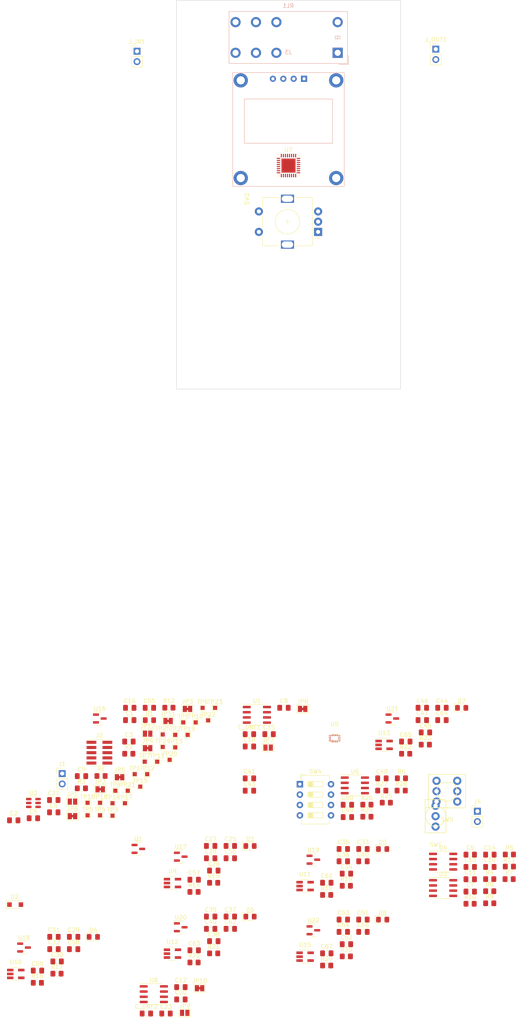
<source format=kicad_pcb>
(kicad_pcb (version 20211014) (generator pcbnew)
  (layers (0 "F.Cu" signal) (31 "B.Cu" signal) (34 "B.Paste" user) (35 "F.Paste" user) (36 "B.SilkS" user "B.Silkscreen") (37 "F.SilkS" user "F.Silkscreen") (38 "B.Mask" user) (39 "F.Mask" user) (44 "Edge.Cuts" user))
  (net 0 "")
  (net 1 "/MicroController/NRST")
  (net 2 "GND")
  (net 3 "+3V3")
  (net 4 "+5V")
  (net 5 "Net-(C8-Pad1)")
  (net 6 "/InputBuffer/OUT")
  (net 7 "-5V")
  (net 8 "/AnalogSwitch/3Z")
  (net 9 "Net-(C11-Pad2)")
  (net 10 "Net-(C12-Pad1)")
  (net 11 "/AudioPathSwitching/POST_FX")
  (net 12 "/AnalogSwitch/4Z")
  (net 13 "/StateVariableFilter/FILTER_OUT")
  (net 14 "/MicroController/PA0")
  (net 15 "+9V")
  (net 16 "Net-(C26-Pad1)")
  (net 17 "Net-(C26-Pad2)")
  (net 18 "Net-(C27-Pad1)")
  (net 19 "Net-(C30-Pad1)")
  (net 20 "Net-(C30-Pad2)")
  (net 21 "Net-(C31-Pad1)")
  (net 22 "Net-(C34-Pad1)")
  (net 23 "Net-(C34-Pad2)")
  (net 24 "Net-(C35-Pad1)")
  (net 25 "Net-(C38-Pad1)")
  (net 26 "Net-(C38-Pad2)")
  (net 27 "Net-(C39-Pad1)")
  (net 28 "Net-(C45-Pad1)")
  (net 29 "Net-(C45-Pad2)")
  (net 30 "Net-(C46-Pad1)")
  (net 31 "Net-(C52-Pad1)")
  (net 32 "Net-(C52-Pad2)")
  (net 33 "Net-(C53-Pad1)")
  (net 34 "/AnalogSwitch/1Z")
  (net 35 "/AnalogSwitch/2Z")
  (net 36 "Net-(D1-Pad2)")
  (net 37 "Net-(D2-Pad1)")
  (net 38 "Net-(D2-Pad2)")
  (net 39 "Net-(D3-Pad2)")
  (net 40 "Net-(D4-Pad2)")
  (net 41 "Net-(D5-Pad2)")
  (net 42 "Net-(D6-Pad2)")
  (net 43 "Net-(D7-Pad2)")
  (net 44 "Net-(D8-Pad2)")
  (net 45 "/MicroController/PA3")
  (net 46 "/MicroController/SWDIO")
  (net 47 "/MicroController/SWCLK")
  (net 48 "/MicroController/SWO")
  (net 51 "Net-(J3-Pad1)")
  (net 52 "Net-(J3-Pad2)")
  (net 53 "Net-(J3-Pad3)")
  (net 54 "Net-(J3-Pad4)")
  (net 55 "/MicroController/BOOT0")
  (net 56 "/MicroController/PA10")
  (net 57 "/MicroController/PA9")
  (net 58 "/AnalogSwitch/1Y")
  (net 59 "Net-(JP7-Pad2)")
  (net 60 "/AnalogSwitch/2Y")
  (net 61 "Net-(JP10-Pad1)")
  (net 62 "/AudioPathSwitching/RELAY_SIGNAL")
  (net 63 "/MicroController/PA7")
  (net 64 "/AudioPathSwitching/AUDIO_IN")
  (net 65 "/AudioPathSwitching/AUDIO_OUT")
  (net 66 "/MicroController/PB3")
  (net 67 "/MicroController/PA15")
  (net 68 "/MicroController/PA8")
  (net 69 "Net-(R4-Pad1)")
  (net 70 "Net-(R4-Pad2)")
  (net 71 "Net-(R5-Pad2)")
  (net 72 "Net-(R26-Pad2)")
  (net 73 "/AnalogSwitch/3E")
  (net 74 "Net-(R10-Pad1)")
  (net 75 "/AnalogSwitch/3Y")
  (net 76 "/AnalogSwitch/4Y")
  (net 77 "Net-(R12-Pad1)")
  (net 78 "Net-(R24-Pad1)")
  (net 79 "Net-(R24-Pad2)")
  (net 80 "Net-(R25-Pad1)")
  (net 81 "Net-(R26-Pad1)")
  (net 82 "Net-(R27-Pad1)")
  (net 83 "/MicroController/ENV_CLK_MIX1")
  (net 84 "Net-(RL1-Pad2)")
  (net 85 "/AudioPathSwitching/PRE_FX")
  (net 86 "/AnalogSwitch/1E")
  (net 87 "/MicroController/PB4")
  (net 88 "/MicroController/PA4")
  (net 89 "/MicroController/PA2")
  (net 90 "/MicroController/PA5")
  (net 91 "/MicroController/PA6")
  (net 92 "Net-(SW5-Pad1)")
  (net 93 "/StateVariableFilter/FILTER_IN")
  (net 94 "/OutputBuffer/IN")
  (net 95 "/MicroController/PC14")
  (net 96 "/MicroController/PC15")
  (net 97 "/MicroController/PB0")
  (net 98 "/MicroController/PB1")
  (net 99 "/MicroController/PB5")
  (net 100 "/MicroController/PB6")
  (net 101 "/MicroController/PB7")
  (net 102 "/MicroController/PA1")
  (net 103 "/MicroController/PA11")
  (net 104 "/MicroController/PA12")
  (net 105 "/AnalogSwitch/2E")
  (footprint "Resistor_SMD:R_0805_2012Metric_Pad1.20x1.40mm_HandSolder" (layer "F.Cu") (at 208.51 259.535)
    (fp_text reference "R5")
    (fp_text value "20K")
  )
  (footprint "Capacitor_SMD:C_0805_2012Metric_Pad1.18x1.45mm_HandSolder" (layer "F.Cu") (at 149.68 230.135)
    (fp_text reference "C15")
    (fp_text value "100nF")
  )
  (footprint "Jumper:SolderJumper-2_P1.3mm_Bridged_Pad1.0x1.5mm" (layer "F.Cu") (at 113.09 240.655)
    (fp_text reference "JP5")
    (fp_text value "SolderJumper_2_Bridged")
  )
  (footprint "Capacitor_SMD:C_0805_2012Metric_Pad1.18x1.45mm_HandSolder" (layer "F.Cu") (at 101.83 282.665)
    (fp_text reference "C58")
    (fp_text value "1uF")
  )
  (footprint "TestPoint:TestPoint_Pad_1.0x1.0mm" (layer "F.Cu") (at 126.7 233.355)
    (fp_text reference "TP13")
    (fp_text value "TestPoint")
  )
  (footprint "Capacitor_SMD:C_0805_2012Metric_Pad1.18x1.45mm_HandSolder" (layer "F.Cu") (at 153.32 223.685)
    (fp_text reference "C8")
    (fp_text value "1nF")
  )
  (footprint "Capacitor_SMD:C_0805_2012Metric_Pad1.18x1.45mm_HandSolder" (layer "F.Cu") (at 97.79 285.675)
    (fp_text reference "C30")
    (fp_text value "1uF")
  )
  (footprint "Capacitor_SMD:C_0805_2012Metric_Pad1.18x1.45mm_HandSolder" (layer "F.Cu") (at 144.87 233.145)
    (fp_text reference "C18")
    (fp_text value "100nF")
  )
  (footprint "Resistor_SMD:R_0805_2012Metric_Pad1.20x1.40mm_HandSolder" (layer "F.Cu") (at 168.59 267.185)
    (fp_text reference "R19")
    (fp_text value "2K2")
  )
  (footprint "LED_SMD:LED_0805_2012Metric_Pad1.15x1.40mm_HandSolder" (layer "F.Cu") (at 177.485 275.45)
    (fp_text reference "D8")
    (fp_text value "LED")
  )
  (footprint "Package_TO_SOT_SMD:SOT-23" (layer "F.Cu") (at 89.69 282.275)
    (fp_text reference "U18")
    (fp_text value "SE82XX-50")
  )
  (footprint "Resistor_SMD:R_0805_2012Metric_Pad1.20x1.40mm_HandSolder" (layer "F.Cu") (at 203.7 265.555)
    (fp_text reference "R4")
    (fp_text value "10K")
  )
  (footprint "Jumper:SolderJumper-2_P1.3mm_Open_Pad1.0x1.5mm" (layer "F.Cu") (at 149.45 233.415)
    (fp_text reference "JP7")
    (fp_text value "Jumper_2_Open")
  )
  (footprint "TestPoint:TestPoint_Pad_1.0x1.0mm" (layer "F.Cu") (at 108.3 246.905)
    (fp_text reference "TP16")
    (fp_text value "TestPoint")
  )
  (footprint "Package_TO_SOT_SMD:SOT-23" (layer "F.Cu") (at 160.52 278.055)
    (fp_text reference "U22")
    (fp_text value "SE82XX-50")
  )
  (footprint "Resistor_SMD:R_0805_2012Metric_Pad1.20x1.40mm_HandSolder" (layer "F.Cu") (at 92.95 290.885)
    (fp_text reference "R16")
    (fp_text value "100R")
  )
  (footprint "Resistor_SMD:R_0805_2012Metric_Pad1.20x1.40mm_HandSolder" (layer "F.Cu") (at 163.78 269.415)
    (fp_text reference "R18")
    (fp_text value "100R")
  )
  (footprint "Capacitor_SMD:C_0805_2012Metric_Pad1.18x1.45mm_HandSolder" (layer "F.Cu") (at 183.15 231.935)
    (fp_text reference "C65")
    (fp_text value "10uF")
  )
  (footprint "Resistor_SMD:R_0805_2012Metric_Pad1.20x1.40mm_HandSolder" (layer "F.Cu") (at 131.31 285.925)
    (fp_text reference "R20")
    (fp_text value "100R")
  )
  (footprint "Resistor_SMD:R_0805_2012Metric_Pad1.20x1.40mm_HandSolder" (layer "F.Cu") (at 97.76 288.655)
    (fp_text reference "R17")
    (fp_text value "2K2")
  )
  (footprint "Capacitor_SMD:C_0805_2012Metric_Pad1.18x1.45mm_HandSolder" (layer "F.Cu") (at 124.45 298.395)
    (fp_text reference "C23")
    (fp_text value "100nF")
  )
  (footprint "Package_TO_SOT_SMD:SOT-23" (layer "F.Cu") (at 128.05 260.065)
    (fp_text reference "U17")
    (fp_text value "SE82XX-50")
  )
  (footprint "TestPoint:TestPoint_Pad_1.0x1.0mm" (layer "F.Cu") (at 125.34 236.405)
    (fp_text reference "TP20")
    (fp_text value "TestPoint")
  )
  (footprint "Resistor_SMD:R_0805_2012Metric_Pad1.20x1.40mm_HandSolder" (layer "F.Cu") (at 115.34 234.915)
    (fp_text reference "R2")
    (fp_text value "10K")
  )
  (footprint "Resistor_SMD:R_0805_2012Metric_Pad1.20x1.40mm_HandSolder" (layer "F.Cu") (at 131.31 268.675)
    (fp_text reference "R14")
    (fp_text value "100R")
  )
  (footprint "Connector_PinHeader_2.54mm:PinHeader_1x02_P2.54mm_Vertical" (layer "F.Cu") (at 200.68 248.955)
    (fp_text reference "J4")
    (fp_text value "Conn_01x02")
  )
  (footprint "Capacitor_SMD:C_0805_2012Metric_Pad1.18x1.45mm_HandSolder" (layer "F.Cu") (at 140.19 274.695)
    (fp_text reference "C37")
    (fp_text value "1uF")
  )
  (footprint "Capacitor_SMD:C_0805_2012Metric_Pad1.18x1.45mm_HandSolder" (layer "F.Cu") (at 135.38 277.705)
    (fp_text reference "C40")
    (fp_text value "1uF")
  )
  (footprint "TestPoint:TestPoint_Pad_1.0x1.0mm" (layer "F.Cu") (at 111.35 250.055)
    (fp_text reference "TP3")
    (fp_text value "TestPoint")
  )
  (footprint "LED_SMD:LED_0805_2012Metric_Pad1.15x1.40mm_HandSolder" (layer "F.Cu") (at 145.015 257.46)
    (fp_text reference "D3")
    (fp_text value "LED")
  )
  (footprint "Capacitor_SMD:C_0805_2012Metric_Pad1.18x1.45mm_HandSolder" (layer "F.Cu") (at 140.19 257.445)
    (fp_text reference "C25")
    (fp_text value "1uF")
  )
  (footprint "Jumper:SolderJumper-2_P1.3mm_Bridged_Pad1.0x1.5mm" (layer "F.Cu") (at 119.95 233.555)
    (fp_text reference "JP4")
    (fp_text value "SolderJumper_2_Bridged")
  )
  (footprint "Capacitor_SMD:C_0805_2012Metric_Pad1.18x1.45mm_HandSolder" (layer "F.Cu") (at 168.62 264.205)
    (fp_text reference "C34")
    (fp_text value "1uF")
  )
  (footprint "Capacitor_SMD:C_0805_2012Metric_Pad1.18x1.45mm_HandSolder" (layer "F.Cu") (at 187.19 226.695)
    (fp_text reference "C47")
    (fp_text value "1uF")
  )
  (footprint "TestPoint:TestPoint_Pad_1.0x1.0mm" (layer "F.Cu") (at 128.66 227.255)
    (fp_text reference "TP9")
    (fp_text value "TestPoint")
  )
  (footprint "TestPoint:TestPoint_Pad_1.0x1.0mm" (layer "F.Cu") (at 115.09 243.955)
    (fp_text reference "TP21")
    (fp_text value "TestPoint")
  )
  (footprint "TestPoint:TestPoint_Pad_1.0x1.0mm" (layer "F.Cu") (at 118.14 242.955)
    (fp_text reference "TP15")
    (fp_text value "TestPoint")
  )
  (footprint "Resistor_SMD:R_0805_2012Metric_Pad1.20x1.40mm_HandSolder" (layer "F.Cu") (at 163.78 286.665)
    (fp_text reference "R29")
    (fp_text value "100R")
  )
  (footprint "Package_TO_SOT_SMD:SOT-23" (layer "F.Cu") (at 179.86 226.305)
    (fp_text reference "U21")
    (fp_text value "SE82XX-50")
  )
  (footprint "Capacitor_SMD:C_0805_2012Metric_Pad1.18x1.45mm_HandSolder" (layer "F.Cu") (at 96.97 249.235)
    (fp_text reference "C6")
    (fp_text value "1uF")
  )
  (footprint "Rotary_Encoder:RotaryEncoder_Alps_EC11E-Switch_Vertical_H20mm" (layer "F.Cu") (at 161.682 107.39545 180)
    (fp_text reference "SW2")
    (fp_text value "RotaryEncoder_Switch")
  )
  (footprint "Diode_SMD:D_SOD-123F" (layer "F.Cu") (at 87.525 271.785)
    (fp_text reference "D2")
    (fp_text value "1n4148")
  )
  (footprint "Capacitor_SMD:C_0805_2012Metric_Pad1.18x1.45mm_HandSolder" (layer "F.Cu") (at 115.57 226.695)
    (fp_text reference "C1")
    (fp_text value "100nF")
  )
  (footprint "Connector_PinHeader_1.27mm:PinHeader_2x05_P1.27mm_Vertical_SMD" (layer "F.Cu") (at 108.14 234.655)
    (fp_text reference "J2")
    (fp_text value "Conn_02x05_Odd_Even")
  )
  (footprint "Capacitor_SMD:C_0805_2012Metric_Pad1.18x1.45mm_HandSolder" (layer "F.Cu") (at 97.02 279.655)
    (fp_text reference "C31")
    (fp_text value "1uF")
  )
  (footprint "Jumper:SolderJumper-2_P1.3mm_Bridged_Pad1.0x1.5mm" (layer "F.Cu") (at 108.34 243.605)
    (fp_text reference "JP2")
    (fp_text value "SolderJumper_2_Bridged")
  )
  (footprint "Resistor_SMD:R_0805_2012Metric_Pad1.20x1.40mm_HandSolder" (layer "F.Cu") (at 183.12 234.915)
    (fp_text reference "R22")
    (fp_text value "100R")
  )
  (footprint "Capacitor_SMD:C_0805_2012Metric_Pad1.18x1.45mm_HandSolder" (layer "F.Cu") (at 172.66 261.195)
    (fp_text reference "C60")
    (fp_text value "1uF")
  )
  (footprint "Capacitor_SMD:C_0805_2012Metric_Pad1.18x1.45mm_HandSolder" (layer "F.Cu") (at 192 226.695)
    (fp_text reference "C64")
    (fp_text value "1uF")
  )
  (footprint "Resistor_SMD:R_0805_2012Metric_Pad1.20x1.40mm_HandSolder" (layer "F.Cu") (at 182.02 243.915)
    (fp_text reference "R28")
    (fp_text value "10K")
  )
  (footprint "TestPoint:TestPoint_Pad_1.0x1.0mm" (layer "F.Cu") (at 119.24 236.855)
    (fp_text reference "TP7")
    (fp_text value "TestPoint")
  )
  (footprint "TestPoint:TestPoint_Pad_1.0x1.0mm" (layer "F.Cu") (at 111.35 247.005)
    (fp_text reference "TP14")
    (fp_text value "TestPoint")
  )
  (footprint "Capacitor_SMD:C_0805_2012Metric_Pad1.18x1.45mm_HandSolder" (layer "F.Cu") (at 144.87 230.135)
    (fp_text reference "C_DNF1")
    (fp_text value "1nF")
  )
  (footprint "Capacitor_SMD:C_0805_2012Metric_Pad1.18x1.45mm_HandSolder" (layer "F.Cu") (at 131.34 265.695)
    (fp_text reference "C57")
    (fp_text value "10uF")
  )
  (footprint "Capacitor_SMD:C_0805_2012Metric_Pad1.18x1.45mm_HandSolder" (layer "F.Cu") (at 120.38 223.685)
    (fp_text reference "C55")
    (fp_text value "10uF")
  )
  (footprint "Resistor_SMD:R_0805_2012Metric_Pad1.20x1.40mm_HandSolder" (layer "F.Cu") (at 177.27 243.915)
    (fp_text reference "R27")
    (fp_text value "10K")
  )
  (footprint "Resistor_SMD:R_0805_2012Metric_Pad1.20x1.40mm_HandSolder" (layer "F.Cu") (at 168.59 284.435)
    (fp_text reference "R30")
    (fp_text value "2K2")
  )
  (footprint "Capacitor_SMD:C_0805_2012Metric_Pad1.18x1.45mm_HandSolder" (layer "F.Cu") (at 128.09 294.955)
    (fp_text reference "C20")
    (fp_text value "100nF")
  )
  (footprint "Capacitor_SMD:C_0805_2012Metric_Pad1.18x1.45mm_HandSolder" (layer "F.Cu") (at 203.73 262.575)
    (fp_text reference "C10")
    (fp_text value "100nF")
  )
  (footprint "Capacitor_SMD:C_0805_2012Metric_Pad1.18x1.45mm_HandSolder" (layer "F.Cu") (at 140.19 277.705)
    (fp_text reference "C62")
    (fp_text value "1uF")
  )
  (footprint "Capacitor_SMD:C_0805_2012Metric_Pad1.18x1.45mm_HandSolder" (layer "F.Cu") (at 192 223.685)
    (fp_text reference "C44")
    (fp_text value "1uF")
  )
  (footprint "Capacitor_SMD:C_0805_2012Metric_Pad1.18x1.45mm_HandSolder" (layer "F.Cu") (at 136.15 263.465)
    (fp_text reference "C26")
    (fp_text value "1uF")
  )
  (footprint "Capacitor_SMD:C_0805_2012Metric_Pad1.18x1.45mm_HandSolder" (layer "F.Cu") (at 96.97 246.225)
    (fp_text reference "C21")
    (fp_text value "1uF")
  )
  (footprint "LED_SMD:LED_0805_2012Metric_Pad1.15x1.40mm_HandSolder" (layer "F.Cu") (at 106.655 279.67)
    (fp_text reference "D4")
    (fp_text value "LED")
  )
  (footprint "DailywellSwitches:Dailywell_SPDT" (layer "F.Cu") (at 190.44 250.175)
    (fp_text reference "SW1")
    (fp_text value "SW_SPDT")
  )
  (footprint "TestPoint:TestPoint_Pad_1.0x1.0mm" (layer "F.Cu") (at 131.71 227.255)
    (fp_text reference "TP10")
    (fp_text value "TestPoint")
  )
  (footprint "TestPoint:TestPoint_Pad_1.0x1.0mm" (layer "F.Cu") (at 114.4 247.005)
    (fp_text reference "TP17")
    (fp_text value "TestPoint")
  )
  (footprint "Capacitor_SMD:C_0805_2012Metric_Pad1.18x1.45mm_HandSolder" (layer "F.Cu") (at 135.38 260.455)
    (fp_text reference "C28")
    (fp_text value "1uF")
  )
  (footprint "Capacitor_SMD:C_0805_2012Metric_Pad1.18x1.45mm_HandSolder" (layer "F.Cu") (at 144.87 243.945)
    (fp_text reference "C43")
    (fp_text value "1nF")
  )
  (footprint "Package_TO_SOT_SMD:SOT-23-5_HandSoldering" (layer "F.Cu") (at 177.84 232.755)
    (fp_text reference "U13")
    (fp_text value "TPS60400")
  )
  (footprint "TestPoint:TestPoint_Pad_1.0x1.0mm" (layer "F.Cu") (at 105.25 249.955)
    (fp_text reference "TP5")
    (fp_text value "TestPoint")
  )
  (footprint "Connector_PinHeader_2.54mm:PinHeader_1x02_P2.54mm_Vertical" (layer "F.Cu") (at 99.03 239.755)
    (fp_text reference "J1")
    (fp_text value "Conn_01x02")
  )
  (footprint "Capacitor_SMD:C_0805_2012Metric_Pad1.18x1.45mm_HandSolder" (layer "F.Cu") (at 172.66 275.435)
    (fp_text reference "C51")
    (fp_text value "1uF")
  )
  (footprint "Jumper:SolderJumper-2_P1.3mm_Bridged_Pad1.0x1.5mm" (layer "F.Cu") (at 101.55 250.165)
    (fp_text reference "JP6")
    (fp_text value "SolderJumper_2_Bridged")
  )
  (footprint "Jumper:SolderJumper-2_P1.3mm_Bridged_Pad1.0x1.5mm" (layer "F.Cu") (at 157.9 223.955)
    (fp_text reference "JP8")
    (fp_text value "Jumper_2_Bridged")
  )
  (footprint "Capacitor_SMD:C_0805_2012Metric_Pad1.18x1.45mm_HandSolder" (layer "F.Cu") (at 168.85 247.385)
    (fp_text reference "C50")
    (fp_text value "100nF")
  )
  (footprint "Capacitor_SMD:C_0805_2012Metric_Pad1.18x1.45mm_HandSolder" (layer "F.Cu") (at 167.85 278.445)
    (fp_text reference "C54")
    (fp_text value "1uF")
  )
  (footprint "TestPoint:TestPoint_Pad_1.0x1.0mm" (layer "F.Cu") (at 122.29 236.855)
    (fp_text reference "TP11")
    (fp_text value "TestPoint")
  )
  (footprint "Jumper:SolderJumper-2_P1.3mm_Bridged_Pad1.0x1.5mm" (layer "F.Cu") (at 129.71 223.955)
    (fp_text reference "JP3")
    (fp_text value "SolderJumper_2_Bridged")
  )
  (footprint "Jumper:SolderJumper-2_P1.3mm_Open_Pad1.0x1.5mm" (layer "F.Cu") (at 101.55 246.615)
    (fp_text reference "JP1")
    (fp_text value "SolderJumper_2_Open")
  )
  (footprint "Capacitor_SMD:C_0805_2012Metric_Pad1.18x1.45mm_HandSolder" (layer "F.Cu") (at 128.09 291.945)
    (fp_text reference "C12")
    (fp_text value "1nF")
  )
  (footprint "Capacitor_SMD:C_0805_2012Metric_Pad1.18x1.45mm_HandSolder" (layer "F.Cu") (at 163.81 283.685)
    (fp_text reference "C67")
    (fp_text value "10uF")
  )
  (footprint "Package_TO_SOT_SMD:SOT-23-6" (layer "F.Cu") (at 91.99 246.945)
    (fp_text reference "U2")
    (fp_text value "MCP603-xCH")
  )
  (footprint "TestPoint:TestPoint_Pad_1.0x1.0mm" (layer "F.Cu") (at 108.3 249.955)
    (fp_text reference "TP4")
    (fp_text value "TestPoint")
  )
  (footprint "Jumper:SolderJumper-2_P1.3mm_Bridged_Pad1.0x1.5mm" (layer "F.Cu") (at 124.96 226.905)
    (fp_text reference "JP11")
    (fp_text value "SolderJumper_2_Bridged")
  )
  (footprint "Resistor_SMD:R_0805_2012Metric_Pad1.20x1.40mm_HandSolder" (layer "F.Cu") (at 208.45 265.555)
    (fp_text reference "R7")
    (fp_text value "10K")
  )
  (footprint "Package_TO_SOT_SMD:SOT-23" (layer "F.Cu") (at 108.24 226.305)
    (fp_text reference "U16")
    (fp_text value "SE82XX-33")
  )
  (footprint "Capacitor_SMD:C_0805_2012Metric_Pad1.18x1.45mm_HandSolder" (layer "F.Cu") (at 198.92 262.575)
    (fp_text reference "C13")
    (fp_text value "100nF")
  )
  (footprint "Capacitor_SMD:C_0805_2012Metric_Pad1.18x1.45mm_HandSolder" (layer "F.Cu") (at 103.76 240.385)
    (fp_text reference "C5")
    (fp_text value "10nF")
  )
  (footprint "Package_SO:SOIC-8_3.9x4.9mm_P1.27mm" (layer "F.Cu") (at 192.29 267.735)
    (fp_text reference "U3")
    (fp_text value "AS358AMTR")
  )
  (footprint "Resistor_SMD:R_0805_2012Metric_Pad1.20x1.40mm_HandSolder" (layer "F.Cu") (at 173.63 247.355)
    (fp_text reference "R26")
    (fp_text value "10K")
  )
  (footprint "Capacitor_SMD:C_0805_2012Metric_Pad1.18x1.45mm_HandSolder" (layer "F.Cu") (at 131.34 282.945)
    (fp_text reference "C63")
    (fp_text value "10uF")
  )
  (footprint "Package_TO_SOT_SMD:SOT-23-5_HandSoldering" (layer "F.Cu") (at 158.5 284.505)
    (fp_text reference "U15")
    (fp_text value "TPS60400")
  )
  (footprint "TestPoint:TestPoint_Pad_1.0x1.0mm" (layer "F.Cu") (at 123.65 233.255)
    (fp_text reference "TP24")
    (fp_text value "TestPoint")
  )
  (footprint "Package_TO_SOT_SMD:SOT-23-5_HandSoldering" (layer "F.Cu") (at 87.67 288.725)
    (fp_text reference "U10")
    (fp_text value "TPS60400")
  )
  (footprint "Resistor_SMD:R_0805_2012Metric_Pad1.20x1.40mm_HandSolder" (layer "F.Cu") (at 203.7 268.505)
    (fp_text reference "R8")
    (fp_text value "10K")
  )
  (footprint "TestPoint:TestPoint_Pad_1.0x1.0mm" (layer "F.Cu") (at 133.41 223.705)
    (fp_text reference "TP6")
    (fp_text value "TestPoint")
  )
  (footprint "Package_TO_SOT_SMD:SOT-23-5_HandSoldering" (layer "F.Cu") (at 126.03 283.765)
    (fp_text reference "U12")
    (fp_text value "TPS60400")
  )
  (footprint "Capacitor_SMD:C_0805_2012Metric_Pad1.18x1.45mm_HandSolder" (layer "F.Cu") (at 187.19 223.685)
    (fp_text reference "C46")
    (fp_text value "1uF")
  )
  (footprint "LED_SMD:LED_0805_2012Metric_Pad1.15x1.40mm_HandSolder" (layer "F.Cu") (at 196.825 223.7)
    (fp_text reference "D7")
    (fp_text value "LED")
  )
  (footprint "Capacitor_SMD:C_0805_2012Metric_Pad1.18x1.45mm_HandSolder" (layer "F.Cu") (at 172.66 278.445)
    (fp_text reference "C66")
    (fp_text value "1uF")
  )
  (footprint "Button_Switch_THT:SW_DIP_SPSTx04_Slide_6.7x11.72mm_W7.62mm_P2.54mm_LowProfile" (layer "F.Cu") (at 157.22 242.355)
    (fp_text reference "SW4")
    (fp_text value "SW_DIP_x04")
  )
  (footprint "Package_SO:SOIC-8_3.9x4.9mm_P1.27mm" (layer "F.Cu") (at 146.69 225.405)
    (fp_text reference "U1")
    (fp_text value "AS358AMTR")
  )
  (footprint "Package_DFN_QFN:QFN-32-1EP_5x5mm_P0.5mm_EP3.45x3.45mm" (layer "F.Cu") (at 154.432 91.186)
    (fp_text reference "U7")
    (fp_text value "STM32L432KBUx")
  )
  (footprint "Capacitor_SMD:C_0805_2012Metric_Pad1.18x1.45mm_HandSolder" (layer "F.Cu") (at 119.64 298.395)
    (fp_text reference "C_DNF2")
    (fp_text value "1nF")
  )
  (footprint "Capacitor_SMD:C_0805_2012Metric_Pad1.18x1.45mm_HandSolder" (layer "F.Cu") (at 168.62 281.455)
    (fp_text reference "C52")
    (fp_text value "1uF")
  )
  (footprint "LED_SMD:LED_0805_2012Metric_Pad1.15x1.40mm_HandSolder" (layer "F.Cu") (at 145.015 274.71)
    (fp_text reference "D6")
    (fp_text value "LED")
  )
  (footprint "TestPoint:TestPoint_Pad_1.0x1.0mm" (layer "F.Cu") (at 123.65 230.205)
    (fp_text reference "TP25")
    (fp_text value "TestPoint")
  )
  (footprint "TestPoint:TestPoint_Pad_1.0x1.0mm" (layer "F.Cu") (at 119.84 239.905)
    (fp_text reference "TP12")
    (fp_text value "TestPoint")
  )
  (footprint "Jumper:SolderJumper-2_P1.3mm_Open_Pad1.0x1.5mm" (layer "F.Cu") (at 129.03 298.235)
    (fp_text reference "JP9")
    (fp_text value "Jumper_2_Open")
  )
  (footprint "Capacitor_SMD:C_0805_2012Metric_Pad1.18x1.45mm_HandSolder" (layer "F.Cu") (at 135.38 257.445)
    (fp_text reference "C27")
    (fp_text value "1uF")
  )
  (footprint "Connector_PinHeader_2.54mm:PinHeader_1x02_P2.54mm_Vertical" (layer "F.Cu") (at 117.348 63.241)
    (fp_text reference "J_IN1")
    (fp_text value "Conn_01x02")
  )
  (footprint "Capacitor_SMD:C_0805_2012Metric_Pad1.18x1.45mm_HandSolder" (layer "F.Cu") (at 172.66 258.185)
    (fp_text reference "C33")
    (fp_text value "1uF")
  )
  (footprint "Package_TO_SOT_SMD:SOT-23" (layer "F.Cu") (at 160.52 260.805)
    (fp_text reference "U19")
    (fp_text value "SE82XX-50")
  )
  (footprint "Resistor_SMD:R_0805_2012Metric_Pad1.20x1.40mm_HandSolder" (layer "F.Cu") (at 136.12 266.445)
    (fp_text reference "R15")
    (fp_text value "2K2")
  )
  (footprint "DailywellSwitches:Dailywell_DPDT" (layer "F.Cu") (at 193.212 244.069)
    (fp_text reference "SW5")
    (fp_text value "SW_DPDT_x2")
  )
  (footprint "Resistor_SMD:R_0805_2012Metric_Pad1.20x1.40mm_HandSolder" (layer "F.Cu") (at 178.38 246.865)
    (fp_text reference "R25")
    (fp_text value "10K")
  )
  (footprint "Capacitor_SMD:C_0805_2012Metric_Pad1.18x1.45mm_HandSolder" (layer "F.Cu") (at 87.17 251.185)
    (fp_text reference "C2")
    (fp_text value "100nF")
  )
  (footprint "LED_SMD:LED_0805_2012Metric_Pad1.15x1.40mm_HandSolder" (layer "F.Cu") (at 120.395 226.71)
    (fp_text reference "D1")
    (fp_text value "LED")
  )
  (footprint "TestPoint:TestPoint_Pad_1.0x1.0mm" (layer "F.Cu") (at 126.7 230.305)
    (fp_text reference "TP2")
    (fp_text value "TestPoint")
  )
  (footprint "TestPoint:TestPoint_Pad_1.0x1.0mm" (layer "F.Cu") (at 129.75 230.305)
    (fp_text reference "TP19")
    (fp_text value "TestPoint")
  )
  (footprint "Resistor_SMD:R_0805_2012Metric_Pad1.20x1.40mm_HandSolder" (layer "F.Cu") (at 125.16 223.655)
    (fp_text reference "R12")
    (fp_text value "100R")
  )
  (footprint "Package_SO:SOIC-8_3.9x4.9mm_P1.27mm" (layer "F.Cu") (at 170.67 242.655)
    (fp_text reference "U6")
    (fp_text value "AS358AMTR")
  )
  (footprint "Capacitor_SMD:C_0805_2012Metric_Pad1.18x1.45mm_HandSolder" (layer "F.Cu") (at 91.98 250.675)
    (fp_text reference "C4")
    (fp_text value "4.7uF")
  )
  (footprint "Capacitor_SMD:C_0805_2012Metric_Pad1.18x1.45mm_HandSolder" (layer "F.Cu") (at 144.87 240.935)
    (fp_text reference "C41")
    (fp_text value "1nF")
  )
  (footprint "Connector_PinHeader_2.54mm:PinHeader_1x02_P2.54mm_Vertical" (layer "F.Cu") (at 190.5 62.733)
    (fp_text reference "J_OUT1")
    (fp_text value "Conn_01x02")
  )
  (footprint "Capacitor_SMD:C_0805_2012Metric_Pad1.18x1.45mm_HandSolder" (layer "F.Cu") (at 135.38 274.695)
    (fp_text reference "C39")
    (fp_text value "1uF")
  )
  (footprint "TestPoint:TestPoint_Pad_1.0x1.0mm" (layer "F.Cu") (at 105.25 246.905)
    (fp_text reference "TP18")
    (fp_text value "TestPoint")
  )
  (footprint "Capacitor_SMD:C_0805_2012Metric_Pad1.18x1.45mm_HandSolder" (layer "F.Cu") (at 92.98 287.905)
    (fp_text reference "C59")
    (fp_text value "10uF")
  )
  (footprint "Capacitor_SMD:C_0805_2012Metric_Pad1.18x1.45mm_HandSolder" (layer "F.Cu") (at 115.37 231.935)
    (fp_text reference "C3")
    (fp_text value "100nF")
  )
  (footprint "Capacitor_SMD:C_0805_2012Metric_Pad1.18x1.45mm_HandSolder" (layer "F.Cu") (at 167.85 275.435)
    (fp_text reference "C53")
    (fp_text value "1uF")
  )
  (footprint "Resistor_SMD:R_0805_2012Metric_Pad1.20x1.40mm_HandSolder" (layer "F.Cu") (at 103.73 243.365)
    (fp_text reference "R3")
    (fp_text value "2K2")
  )
  (footprint "LED_SMD:LED_0805_2012Metric_Pad1.15x1.40mm_HandSolder" (layer "F.Cu") (at 177.485 258.2)
    (fp_text reference "D5")
    (fp_text value "LED")
  )
  (footprint "Package_SO:SOIC-8_3.9x4.9mm_P1.27mm" (layer "F.Cu") (at 192.29 261.285)
    (fp_text reference "U4")
    (fp_text value "AS358AMTR")
  )
  (footprint "Capacitor_SMD:C_0805_2012Metric_Pad1.18x1.45mm_HandSolder" (layer "F.Cu") (at 115.57 223.685)
    (fp_text reference "C16")
    (fp_text value "100nF")
  )
  (footprint "Capacitor_SMD:C_0805_2012Metric_Pad1.18x1.45mm_HandSolder" (layer "F.Cu") (at 177.3 240.935)
    (fp_text reference "C48")
    (fp_text value "100nF")
  )
  (footprint "TestPoint:TestPoint_Pad_1.0x1.0mm" (layer "F.Cu") (at 116.79 239.905)
    (fp_text reference "TP1")
    (fp_text value "TestPoint")
  )
  (footprint "Capacitor_SMD:C_0805_2012Metric_Pad1.18x1.45mm_HandSolder" (layer "F.Cu") (at 198.92 268.595)
    (fp_text reference "C7")
    (fp_text value "100nF")
  )
  (footprint "Capacitor_SMD:C_0805_2012Metric_Pad1.18x1.45mm_HandSolder" (layer "F.Cu") (at 136.15 280.715)
    (fp_text reference "C38")
    (fp_text value "1uF")
  )
  (footprint "TestPoint:TestPoint_Pad_1.0x1.0mm" (layer "F.Cu") (at 136.46 223.705)
    (fp_text reference "TP23")
    (fp_text value "TestPoint")
  )
  (footprint "Capacitor_SMD:C_0805_2012Metric_Pad1.18x1.45mm_HandSolder" (layer "F.Cu") (at 101.83 279.655)
    (fp_text reference "C29")
    (fp_text value "1uF")
  )
  (footprint "Capacitor_SMD:C_0805_2012Metric_Pad1.18x1.45mm_HandSolder" (layer "F.Cu") (at 168.85 250.395)
    (fp_text reference "C49")
    (fp_text value "100nF")
  )
  (footprint "Jumper:SolderJumper-2_P1.3mm_Open_Pad1.0x1.5mm" (layer "F.Cu") (at 119.95 230.005)
    (fp_text reference "JP12")
    (fp_text value "SolderJumper_2_Open")
  )
  (footprint "Capacitor_SMD:C_0805_2012Metric_Pad1.18x1.45mm_HandSolder" (layer "F.Cu") (at 198.92 265.585)
    (fp_text reference "C11")
    (fp_text value "10nF")
  )
  (footprint "Resistor_SMD:R_0805_2012Metric_Pad1.20x1.40mm_HandSolder" (layer "F.Cu") (at 208.51 262.485)
    (fp_text reference "R11")
    (fp_text value "10K")
  )
  (footprint "Capacitor_SMD:C_0805_2012Metric_Pad1.18x1.45mm_HandSolder" (layer "F.Cu") (at 167.85 258.185)
    (fp_text reference "C35")
    (fp_text value "1uF")
  )
  (footprint "Capacitor_SMD:C_0805_2012Metric_Pad1.18x1.45mm_HandSolder" (layer "F.Cu") (at 167.85 261.195)
    (fp_text reference "C36")
    (fp_text value "1uF")
  )
  (footprint "Resistor_SMD:R_0805_2012Metric_Pad1.20x1.40mm_HandSolder" (layer "F.Cu") (at 198.89 271.575)
    (fp_text reference "R10")
    (fp_text value "10K")
  )
  (footprint "Package_TO_SOT_SMD:SOT-23" (layer "F.Cu") (at 128.05 277.315)
    (fp_text reference "U20")
    (fp_text value "SE82XX-50")
  )
  (footprint "Package_TO_SOT_SMD:SOT-23-5_HandSoldering" (layer "F.Cu") (at 126.03 266.515)
    (fp_text reference "U9")
    (fp_text value "TPS60400")
  )
  (footprint "Package_TO_SOT_SMD:SOT-23-5_HandSoldering" (layer "F.Cu") (at 158.5 267.255)
    (fp_text reference "U11")
    (fp_text value "TPS60400")
  )
  (footprint "Capacitor_SMD:C_0805_2012Metric_Pad1.18x1.45mm_HandSolder" (layer "F.Cu") (at 203.73 259.565)
    (fp_text reference "C14")
    (fp_text value "10nF")
  )
  (footprint "Resistor_SMD:R_0805_2012Metric_Pad1.20x1.40mm_HandSolder" (layer "F.Cu") (at 203.7 271.455)
    (fp_text reference "R9")
    (fp_text value "10K")
  )
  (footprint "TestPoint:TestPoint_Pad_1.0x1.0mm" (layer "F.Cu") (at 134.76 226.755)
    (fp_text reference "TP22")
    (fp_text value "TestPoint")
  )
  (footprint "Capacitor_SMD:C_0805_2012Metric_Pad1.18x1.45mm_HandSolder" (layer "F.Cu") (at 163.81 266.435)
    (fp_text reference "C61")
    (fp_text value "10uF")
  )
  (footprint "Resistor_SMD:R_0805_2012Metric_Pad1.20x1.40mm_HandSolder" (layer "F.Cu") (at 108.54 240.355)
    (fp_text reference "R1")
    (fp_text value "10K")
  )
  (footprint "Capacitor_SMD:C_0805_2012Metric_Pad1.18x1.45mm_HandSolder" (layer "F.Cu") (at 97.02 282.665)
    (fp_text reference "C32")
    (fp_text value "1uF")
  )
  (footprint "Resistor_SMD:R_0805_2012Metric_Pad1.20x1.40mm_HandSolder" (layer "F.Cu") (at 182.08 240.905)
    (fp_text reference "R6")
    (fp_text value "10K")
  )
  (footprint "TestPoint:TestPoint_Pad_1.0x1.0mm" (layer "F.Cu") (at 112.04 243.955)
    (fp_text reference "TP8")
    (fp_text value "TestPoint")
  )
  (footprint "Package_TO_SOT_SMD:SOT-23" (layer "F.Cu") (at 117.68 258.165)
    (fp_text reference "Q1")
    (fp_text value "Q_NMOS_GSD")
  )
  (footprint "Capacitor_SMD:C_0805_2012Metric_Pad1.18x1.45mm_HandSolder" (layer "F.Cu") (at 140.19 260.455)
    (fp_text reference "C56")
    (fp_text value "1uF")
  )
  (footprint "Resistor_SMD:R_0805_2012Metric_Pad1.20x1.40mm_HandSolder" (layer "F.Cu") (at 173.63 250.305)
    (fp_text reference "R24")
    (fp_text value "10K")
  )
  (footprint "ThinMiniQFN:ThinMiniQFN-16_2.6mm_1.8mm" (layer "F.Cu") (at 165.735 231.14)
    (fp_text reference "U5")
    (fp_text value "DG611E")
  )
  (footprint "Resistor_SMD:R_0805_2012Metric_Pad1.20x1.40mm_HandSolder" (layer "F.Cu") (at 187.93 232.685)
    (fp_text reference "R23")
    (fp_text value "2K2")
  )
  (footprint "Jumper:SolderJumper-2_P1.3mm_Bridged_Pad1.0x1.5mm" (layer "F.Cu") (at 132.67 292.215)
    (fp_text reference "JP10")
    (fp_text value "Jumper_2_Bridged")
  )
  (footprint "Capacitor_SMD:C_0805_2012Metric_Pad1.18x1.45mm_HandSolder" (layer "F.Cu") (at 198.92 259.565)
    (fp_text reference "C9")
    (fp_text value "100nF")
  )
  (footprint "Capacitor_SMD:C_0805_2012Metric_Pad1.18x1.45mm_HandSolder" (layer "F.Cu") (at 187.96 229.705)
    (fp_text reference "C45")
    (fp_text value "1uF")
  )
  (footprint "Package_SO:SOIC-8_3.9x4.9mm_P1.27mm" (layer "F.Cu") (at 121.46 293.665)
    (fp_text reference "U8")
    (fp_text value "AS358AMTR")
  )
  (footprint "Resistor_SMD:R_0805_2012Metric_Pad1.20x1.40mm_HandSolder" (layer "F.Cu") (at 136.12 283.695)
    (fp_text reference "R21")
    (fp_text value "2K2")
  )
  (footprint "Relay_THT:Relay_DPDT_Omron_G2RL" (layer "B.Cu") (at 166.4695 63.6315 180)
    (fp_text reference "RL1")
    (fp_text value "HFD4/3-S1")
  )
  (footprint "0.96inch_OLED_SSD1306:0.96inch_OLED_SSD1306" (layer "B.Cu") (at 154.432 82.55 180)
    (fp_text reference "J3")
    (fp_text value "Conn_01x04")
  )
  (gr_line (start 181.864 145.796) (end 127 145.796) (layer "Edge.Cuts") (width 0.1))
  (gr_line (start 127 145.796) (end 127 50.8) (layer "Edge.Cuts") (width 0.1))
  (gr_line (start 127 50.8) (end 181.864 50.8) (layer "Edge.Cuts") (width 0.1))
  (gr_line (start 181.864 50.8) (end 181.864 145.796) (layer "Edge.Cuts") (width 0.1))
)
</source>
